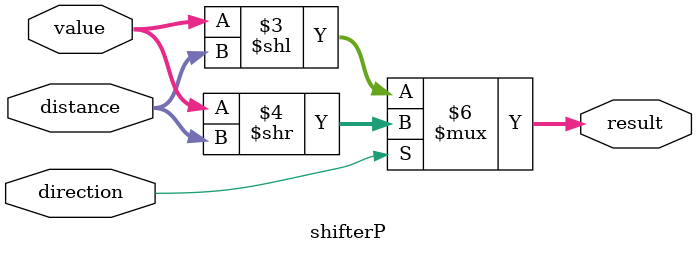
<source format=sv>
module shifterP #(parameter WIDTH = 32) (
	input logic		[WIDTH-1:0]	value,
	input logic					direction, // 0: left, 1: right
	input	logic		[5:0]		distance,  //shamt
	output logic	[WIDTH-1:0]	result
	);
	
	always_comb begin
		if (direction == 0)
			result = value << distance;
		else
			result = value >> distance;
	end
endmodule 
</source>
